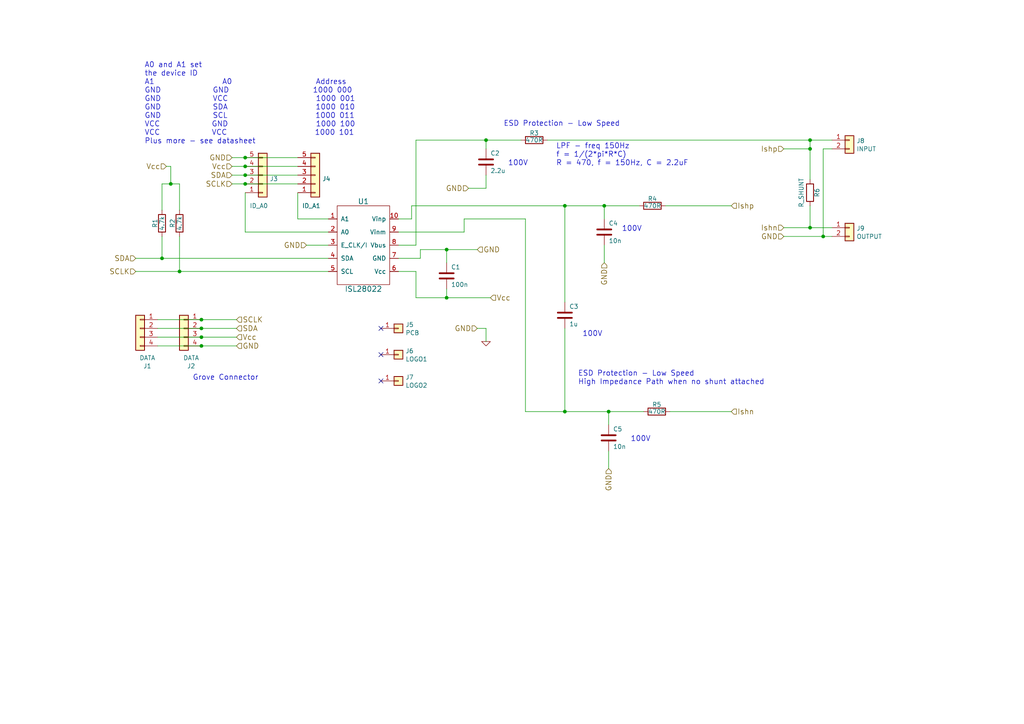
<source format=kicad_sch>
(kicad_sch (version 20231120) (generator "eeschema") (generator_version "8.0")
  (paper "A4")
  (title_block (title "DC Power Monitor") (date "2020-10-23") (rev "1") (company "The Curious Electric Company"))
  (lib_symbols
    (symbol "Connector_Generic:Conn_01x01" (pin_names (offset 1.016) hide)
      (property "Reference" "J" (at 0 2.54 0))
      (property "Value" "Conn_01x01" (at 0 -2.54 0))
      (symbol "Conn_01x01_1_1"
        (rectangle (start -1.27 0.127) (end 0 -0.127) (stroke (width 0.1524)))
        (rectangle (start -1.27 1.27) (end 1.27 -1.27) (stroke (width 0.254)) (fill (type background)))
        (pin passive line (at -5.08 0 0) (length 3.81) (name "Pin_1") (number "1"))
      )
    )
    (symbol "Connector_Generic:Conn_01x02" (pin_names (offset 1.016) hide)
      (property "Reference" "J" (at 0 2.54 0))
      (property "Value" "Conn_01x02" (at 0 -5.08 0))
      (symbol "Conn_01x02_1_1"
        (rectangle (start -1.27 -2.413) (end 0 -2.667) (stroke (width 0.1524)))
        (rectangle (start -1.27 0.127) (end 0 -0.127) (stroke (width 0.1524)))
        (rectangle (start -1.27 1.27) (end 1.27 -3.81) (stroke (width 0.254)) (fill (type background)))
        (pin passive line (at -5.08 0 0) (length 3.81) (name "Pin_1") (number "1"))
        (pin passive line (at -5.08 -2.54 0) (length 3.81) (name "Pin_2") (number "2"))
      )
    )
    (symbol "Connector_Generic:Conn_01x04" (pin_names (offset 1.016) hide)
      (property "Reference" "J" (at 0 5.08 0))
      (property "Value" "Conn_01x04" (at 0 -7.62 0))
      (symbol "Conn_01x04_1_1"
        (rectangle (start -1.27 -4.953) (end 0 -5.207) (stroke (width 0.1524)))
        (rectangle (start -1.27 -2.413) (end 0 -2.667) (stroke (width 0.1524)))
        (rectangle (start -1.27 0.127) (end 0 -0.127) (stroke (width 0.1524)))
        (rectangle (start -1.27 2.667) (end 0 2.413) (stroke (width 0.1524)))
        (rectangle (start -1.27 3.81) (end 1.27 -6.35) (stroke (width 0.254)) (fill (type background)))
        (pin passive line (at -5.08 2.54 0) (length 3.81) (name "Pin_1") (number "1"))
        (pin passive line (at -5.08 0 0) (length 3.81) (name "Pin_2") (number "2"))
        (pin passive line (at -5.08 -2.54 0) (length 3.81) (name "Pin_3") (number "3"))
        (pin passive line (at -5.08 -5.08 0) (length 3.81) (name "Pin_4") (number "4"))
      )
    )
    (symbol "Connector_Generic:Conn_01x05" (pin_names (offset 1.016) hide)
      (property "Reference" "J" (at 0 7.62 0))
      (property "Value" "Conn_01x05" (at 0 -7.62 0))
      (symbol "Conn_01x05_1_1"
        (rectangle (start -1.27 -4.953) (end 0 -5.207) (stroke (width 0.1524)))
        (rectangle (start -1.27 -2.413) (end 0 -2.667) (stroke (width 0.1524)))
        (rectangle (start -1.27 0.127) (end 0 -0.127) (stroke (width 0.1524)))
        (rectangle (start -1.27 2.667) (end 0 2.413) (stroke (width 0.1524)))
        (rectangle (start -1.27 5.207) (end 0 4.953) (stroke (width 0.1524)))
        (rectangle (start -1.27 6.35) (end 1.27 -6.35) (stroke (width 0.254)) (fill (type background)))
        (pin passive line (at -5.08 5.08 0) (length 3.81) (name "Pin_1") (number "1"))
        (pin passive line (at -5.08 2.54 0) (length 3.81) (name "Pin_2") (number "2"))
        (pin passive line (at -5.08 0 0) (length 3.81) (name "Pin_3") (number "3"))
        (pin passive line (at -5.08 -2.54 0) (length 3.81) (name "Pin_4") (number "4"))
        (pin passive line (at -5.08 -5.08 0) (length 3.81) (name "Pin_5") (number "5"))
      )
    )
    (symbol "Device:C" (pin_numbers hide) (pin_names (offset 0.254))
      (property "Reference" "C" (at 0.635 2.54 0))
      (property "Value" "C" (at 0.635 -2.54 0))
      (symbol "C_0_1"
        (polyline (pts (xy -2.032 -0.762) (xy 2.032 -0.762)) (stroke (width 0.508)))
        (polyline (pts (xy -2.032 0.762) (xy 2.032 0.762)) (stroke (width 0.508)))
      )
      (symbol "C_1_1"
        (pin passive line (at 0 3.81 270) (length 2.794) (name "~") (number "1"))
        (pin passive line (at 0 -3.81 90) (length 2.794) (name "~") (number "2"))
      )
    )
    (symbol "Device:R" (pin_numbers hide) (pin_names (offset 0))
      (property "Reference" "R" (at 2.032 0 90))
      (property "Value" "R" (at 0 0 90))
      (symbol "R_0_1"
        (rectangle (start -1.016 -2.54) (end 1.016 2.54) (stroke (width 0.254)))
      )
      (symbol "R_1_1"
        (pin passive line (at 0 3.81 270) (length 1.27) (name "~") (number "1"))
        (pin passive line (at 0 -3.81 90) (length 1.27) (name "~") (number "2"))
      )
    )
    (symbol "matts_components:GND" (power) (pin_names (offset 0))
      (symbol "GND_0_1"
        (polyline (pts (xy -1.27 0) (xy 0 -1.27) (xy 1.27 0) (xy -1.27 0)))
      )
      (symbol "GND_1_1"
        (pin power_in line (at 0 0 90) (length 0) hide (name "GND") (number "1"))
      )
    )
    (symbol "matts_components:ISL28022" (pin_names (offset 1.016))
      (property "Reference" "U" (at 1.27 8.89 0))
      (property "Value" "ISL28022" (at 1.27 -16.51 0))
      (symbol "ISL28022_0_1"
        (rectangle (start -6.35 7.62) (end 8.89 -15.24))
      )
      (symbol "ISL28022_1_1"
        (pin input line (at -8.89 3.81 0) (length 2.54) (name "A1") (number "1"))
        (pin input line (at 11.43 3.81 180) (length 2.54) (name "Vinp") (number "10"))
        (pin input line (at -8.89 0 0) (length 2.54) (name "A0") (number "2"))
        (pin input line (at -8.89 -3.81 0) (length 2.54) (name "E_CLK/I") (number "3"))
        (pin input line (at -8.89 -7.62 0) (length 2.54) (name "SDA") (number "4"))
        (pin input line (at -8.89 -11.43 0) (length 2.54) (name "SCL") (number "5"))
        (pin input line (at 11.43 -11.43 180) (length 2.54) (name "Vcc") (number "6"))
        (pin input line (at 11.43 -7.62 180) (length 2.54) (name "GND") (number "7"))
        (pin input line (at 11.43 -3.81 180) (length 2.54) (name "Vbus") (number "8"))
        (pin input line (at 11.43 0 180) (length 2.54) (name "Vinm") (number "9"))
      )
    )
  )
  (junction (at 71.12 50.8))
  (junction (at 238.76 68.58))
  (junction (at 234.95 40.64))
  (junction (at 52.07 78.74))
  (junction (at 176.53 119.38))
  (junction (at 58.42 92.71))
  (junction (at 129.54 86.36))
  (junction (at 175.26 59.69))
  (junction (at 49.53 53.34))
  (junction (at 234.95 43.18))
  (junction (at 71.12 48.26))
  (junction (at 71.12 53.34))
  (junction (at 234.95 66.04))
  (junction (at 163.83 59.69))
  (junction (at 140.97 40.64))
  (junction (at 58.42 100.33))
  (junction (at 46.99 74.93))
  (junction (at 71.12 45.72))
  (junction (at 58.42 95.25))
  (junction (at 58.42 97.79))
  (junction (at 129.54 72.39))
  (junction (at 163.83 119.38))
  (no_connect (at 110.49 95.25))
  (no_connect (at 110.49 102.87))
  (no_connect (at 110.49 110.49))
  (wire (pts (xy 121.92 74.93) (xy 121.92 72.39)))
  (wire (pts (xy 71.12 67.31) (xy 95.25 67.31)))
  (wire (pts (xy 95.25 71.12) (xy 88.9 71.12)))
  (wire (pts (xy 129.54 72.39) (xy 129.54 76.2)))
  (wire (pts (xy 71.12 50.8) (xy 86.36 50.8)))
  (wire (pts (xy 175.26 59.69) (xy 175.26 63.5)))
  (wire (pts (xy 163.83 59.69) (xy 175.26 59.69)))
  (wire (pts (xy 119.38 59.69) (xy 163.83 59.69)))
  (wire (pts (xy 45.72 92.71) (xy 58.42 92.71)))
  (wire (pts (xy 234.95 43.18) (xy 234.95 40.64)))
  (wire (pts (xy 176.53 130.81) (xy 176.53 135.89)))
  (wire (pts (xy 67.31 45.72) (xy 71.12 45.72)))
  (wire (pts (xy 120.65 78.74) (xy 120.65 86.36)))
  (wire (pts (xy 115.57 71.12) (xy 120.65 71.12)))
  (wire (pts (xy 71.12 53.34) (xy 67.31 53.34)))
  (wire (pts (xy 45.72 97.79) (xy 58.42 97.79)))
  (wire (pts (xy 134.62 63.5) (xy 152.4 63.5)))
  (wire (pts (xy 152.4 63.5) (xy 152.4 119.38)))
  (wire (pts (xy 58.42 92.71) (xy 68.58 92.71)))
  (wire (pts (xy 58.42 95.25) (xy 45.72 95.25)))
  (wire (pts (xy 119.38 63.5) (xy 119.38 59.69)))
  (wire (pts (xy 194.31 119.38) (xy 212.09 119.38)))
  (wire (pts (xy 129.54 72.39) (xy 138.43 72.39)))
  (wire (pts (xy 71.12 55.88) (xy 71.12 67.31)))
  (wire (pts (xy 120.65 86.36) (xy 129.54 86.36)))
  (wire (pts (xy 58.42 97.79) (xy 68.58 97.79)))
  (wire (pts (xy 158.75 40.64) (xy 234.95 40.64)))
  (wire (pts (xy 140.97 40.64) (xy 140.97 43.18)))
  (wire (pts (xy 39.37 74.93) (xy 46.99 74.93)))
  (wire (pts (xy 176.53 119.38) (xy 186.69 119.38)))
  (wire (pts (xy 115.57 78.74) (xy 120.65 78.74)))
  (wire (pts (xy 71.12 48.26) (xy 67.31 48.26)))
  (wire (pts (xy 86.36 53.34) (xy 71.12 53.34)))
  (wire (pts (xy 234.95 40.64) (xy 241.3 40.64)))
  (wire (pts (xy 71.12 45.72) (xy 86.36 45.72)))
  (wire (pts (xy 95.25 63.5) (xy 86.36 63.5)))
  (wire (pts (xy 140.97 95.25) (xy 140.97 99.06)))
  (wire (pts (xy 46.99 74.93) (xy 95.25 74.93)))
  (wire (pts (xy 52.07 53.34) (xy 52.07 60.96)))
  (wire (pts (xy 134.62 67.31) (xy 115.57 67.31)))
  (wire (pts (xy 241.3 66.04) (xy 234.95 66.04)))
  (wire (pts (xy 152.4 119.38) (xy 163.83 119.38)))
  (wire (pts (xy 39.37 78.74) (xy 52.07 78.74)))
  (wire (pts (xy 176.53 119.38) (xy 176.53 123.19)))
  (wire (pts (xy 140.97 54.61) (xy 135.89 54.61)))
  (wire (pts (xy 49.53 48.26) (xy 49.53 53.34)))
  (wire (pts (xy 129.54 86.36) (xy 142.24 86.36)))
  (wire (pts (xy 163.83 59.69) (xy 163.83 87.63)))
  (wire (pts (xy 86.36 63.5) (xy 86.36 55.88)))
  (wire (pts (xy 175.26 71.12) (xy 175.26 76.2)))
  (wire (pts (xy 134.62 67.31) (xy 134.62 63.5)))
  (wire (pts (xy 115.57 74.93) (xy 121.92 74.93)))
  (wire (pts (xy 140.97 40.64) (xy 151.13 40.64)))
  (wire (pts (xy 120.65 40.64) (xy 140.97 40.64)))
  (wire (pts (xy 58.42 95.25) (xy 68.58 95.25)))
  (wire (pts (xy 45.72 100.33) (xy 58.42 100.33)))
  (wire (pts (xy 48.26 48.26) (xy 49.53 48.26)))
  (wire (pts (xy 227.33 68.58) (xy 238.76 68.58)))
  (wire (pts (xy 238.76 43.18) (xy 238.76 68.58)))
  (wire (pts (xy 52.07 68.58) (xy 52.07 78.74)))
  (wire (pts (xy 238.76 68.58) (xy 241.3 68.58)))
  (wire (pts (xy 46.99 68.58) (xy 46.99 74.93)))
  (wire (pts (xy 115.57 63.5) (xy 119.38 63.5)))
  (wire (pts (xy 121.92 72.39) (xy 129.54 72.39)))
  (wire (pts (xy 234.95 59.69) (xy 234.95 66.04)))
  (wire (pts (xy 163.83 119.38) (xy 176.53 119.38)))
  (wire (pts (xy 58.42 100.33) (xy 68.58 100.33)))
  (wire (pts (xy 138.43 95.25) (xy 140.97 95.25)))
  (wire (pts (xy 49.53 53.34) (xy 52.07 53.34)))
  (wire (pts (xy 46.99 53.34) (xy 49.53 53.34)))
  (wire (pts (xy 140.97 50.8) (xy 140.97 54.61)))
  (wire (pts (xy 175.26 59.69) (xy 185.42 59.69)))
  (wire (pts (xy 234.95 52.07) (xy 234.95 43.18)))
  (wire (pts (xy 234.95 66.04) (xy 227.33 66.04)))
  (wire (pts (xy 227.33 43.18) (xy 234.95 43.18)))
  (wire (pts (xy 193.04 59.69) (xy 212.09 59.69)))
  (wire (pts (xy 163.83 95.25) (xy 163.83 119.38)))
  (wire (pts (xy 46.99 53.34) (xy 46.99 60.96)))
  (wire (pts (xy 52.07 78.74) (xy 95.25 78.74)))
  (wire (pts (xy 120.65 71.12) (xy 120.65 40.64)))
  (wire (pts (xy 241.3 43.18) (xy 238.76 43.18)))
  (wire (pts (xy 129.54 83.82) (xy 129.54 86.36)))
  (wire (pts (xy 67.31 50.8) (xy 71.12 50.8)))
  (wire (pts (xy 86.36 48.26) (xy 71.12 48.26)))
  (text "100V" (at 182.88 128.27 0) (effects (font (size 1.524 1.524)) (justify left bottom)))
  (text "100V" (at 180.34 67.31 0) (effects (font (size 1.524 1.524)) (justify left bottom)))
  (text "Grove Connector" (at 55.88 110.49 0) (effects (font (size 1.524 1.524)) (justify left bottom)))
  (text "100V" (at 147.32 48.26 0) (effects (font (size 1.524 1.524)) (justify left bottom)))
  (text "A0 and A1 set\nthe device ID\nA1                 A0                     Address\nGND             GND                     1000 000\nGND             VCC                      1000 001\nGND             SDA                      1000 010\nGND             SCL                      1000 011\nVCC             GND                      1000 100\nVCC             VCC                      1000 101\nPlus more - see datasheet" (at 41.91 41.91 0) (effects (font (size 1.524 1.524)) (justify left bottom)))
  (text "LPF - freq 150Hz\nf = 1/(2*pi*R*C)\nR = 470, f = 150Hz, C = 2.2uF\n" (at 161.29 48.26 0) (effects (font (size 1.524 1.524)) (justify left bottom)))
  (text "ESD Protection - Low Speed" (at 146.05 36.83 0) (effects (font (size 1.524 1.524)) (justify left bottom)))
  (text "ESD Protection - Low Speed\nHigh Impedance Path when no shunt attached" (at 167.64 111.76 0) (effects (font (size 1.524 1.524)) (justify left bottom)))
  (text "100V" (at 168.91 97.79 0) (effects (font (size 1.524 1.524)) (justify left bottom)))
  (hierarchical_label "Ishn" (shape input) (at 212.09 119.38 0) (effects (font (size 1.524 1.524))))
  (hierarchical_label "GND" (shape input) (at 67.31 45.72 180) (effects (font (size 1.524 1.524))))
  (hierarchical_label "Ishp" (shape input) (at 212.09 59.69 0) (effects (font (size 1.524 1.524))))
  (hierarchical_label "SCLK" (shape input) (at 67.31 53.34 180) (effects (font (size 1.524 1.524))))
  (hierarchical_label "SCLK" (shape input) (at 39.37 78.74 180) (effects (font (size 1.524 1.524))))
  (hierarchical_label "Ishp" (shape input) (at 227.33 43.18 180) (effects (font (size 1.524 1.524))))
  (hierarchical_label "Ishn" (shape input) (at 227.33 66.04 180) (effects (font (size 1.524 1.524))))
  (hierarchical_label "SCLK" (shape input) (at 68.58 92.71 0) (effects (font (size 1.524 1.524))))
  (hierarchical_label "Vcc" (shape input) (at 48.26 48.26 180) (effects (font (size 1.524 1.524))))
  (hierarchical_label "GND" (shape input) (at 175.26 76.2 270) (effects (font (size 1.524 1.524))))
  (hierarchical_label "Vcc" (shape input) (at 67.31 48.26 180) (effects (font (size 1.524 1.524))))
  (hierarchical_label "Vcc" (shape input) (at 142.24 86.36 0) (effects (font (size 1.524 1.524))))
  (hierarchical_label "GND" (shape input) (at 135.89 54.61 180) (effects (font (size 1.524 1.524))))
  (hierarchical_label "GND" (shape input) (at 138.43 95.25 180) (effects (font (size 1.524 1.524))))
  (hierarchical_label "SDA" (shape input) (at 67.31 50.8 180) (effects (font (size 1.524 1.524))))
  (hierarchical_label "GND" (shape input) (at 227.33 68.58 180) (effects (font (size 1.524 1.524))))
  (hierarchical_label "GND" (shape input) (at 176.53 135.89 270) (effects (font (size 1.524 1.524))))
  (hierarchical_label "SDA" (shape input) (at 68.58 95.25 0) (effects (font (size 1.524 1.524))))
  (hierarchical_label "GND" (shape input) (at 68.58 100.33 0) (effects (font (size 1.524 1.524))))
  (hierarchical_label "GND" (shape input) (at 138.43 72.39 0) (effects (font (size 1.524 1.524))))
  (hierarchical_label "GND" (shape input) (at 88.9 71.12 180) (effects (font (size 1.524 1.524))))
  (hierarchical_label "SDA" (shape input) (at 39.37 74.93 180) (effects (font (size 1.524 1.524))))
  (hierarchical_label "Vcc" (shape input) (at 68.58 97.79 0) (effects (font (size 1.524 1.524))))
  (symbol (lib_id "matts_components:ISL28022") (at 104.14 67.31 0) (unit 1)
    (property "Reference" "U1" (at 105.41 58.42 0) (effects (font (size 1.524 1.524))))
    (property "Value" "ISL28022" (at 105.41 83.82 0) (effects (font (size 1.524 1.524))))
    (property "Footprint" "REInnovationFootprint:MSOP10-0.5" (effects (hide yes)))
    (property "Datasheet" "http://www.farnell.com/datasheets/1758637.pdf" (effects (hide yes)))
    (property "Description" "I2C power monitor" (effects (hide yes)))
    (property "Supplier" "Farnell" (effects (hide yes)))
    (property "Code" "2373594" (effects (hide yes)))
  )
  (symbol (lib_id "Device:R") (at 46.99 64.77 180) (unit 1)
    (property "Reference" "R1" (at 44.958 64.77 90))
    (property "Value" "4.7k" (at 46.99 64.77 90))
    (property "Footprint" "REInnovationFootprint:SM0805" (effects (hide yes)))
    (property "Datasheet" "http://www.farnell.com/datasheets/1849611.pdf" (effects (hide yes)))
    (property "Description" "100mW " (effects (hide yes)))
    (property "Supplier" "Farnell" (effects (hide yes)))
    (property "Code" "2447385" (effects (hide yes)))
  )
  (symbol (lib_id "Device:C") (at 140.97 46.99 0) (unit 1)
    (property "Reference" "C2" (at 142.24 44.45 0) (effects (justify left)))
    (property "Value" "2.2u" (at 142.24 49.53 0) (effects (justify left)))
    (property "Footprint" "REInnovationFootprint:SM_R_1206" (effects (hide yes)))
    (property "Datasheet" "http://www.farnell.com/datasheets/1769893.pdf" (effects (hide yes)))
    (property "Description" "100V" (effects (hide yes)))
    (property "Supplier" "Farnell" (effects (hide yes)))
    (property "Code" "2426966RL " (effects (hide yes)))
  )
  (symbol (lib_id "Device:C") (at 176.53 127 0) (unit 1)
    (property "Reference" "C5" (at 177.8 124.46 0) (effects (justify left)))
    (property "Value" "10n" (at 177.8 129.54 0) (effects (justify left)))
    (property "Footprint" "REInnovationFootprint:SM_C_0805" (effects (hide yes)))
    (property "Datasheet" "http://www.farnell.com/datasheets/1870456.pdf" (effects (hide yes)))
    (property "Description" "100V" (effects (hide yes)))
    (property "Supplier" "Farnell" (effects (hide yes)))
    (property "Code" "	2320786 " (effects (hide yes)))
  )
  (symbol (lib_id "Device:C") (at 163.83 91.44 0) (unit 1)
    (property "Reference" "C3" (at 165.1 88.9 0) (effects (justify left)))
    (property "Value" "1u" (at 165.1 93.98 0) (effects (justify left)))
    (property "Footprint" "REInnovationFootprint:SM_R_1206" (effects (hide yes)))
    (property "Datasheet" "http://www.farnell.com/datasheets/84526.pdf" (effects (hide yes)))
    (property "Description" "100V" (effects (hide yes)))
    (property "Supplier" "Farnell" (effects (hide yes)))
    (property "Code" "1657939" (effects (hide yes)))
  )
  (symbol (lib_id "Device:R") (at 154.94 40.64 90) (unit 1)
    (property "Reference" "R3" (at 154.94 38.608 90))
    (property "Value" "470R" (at 154.94 40.64 90))
    (property "Footprint" "REInnovationFootprint:SM0805" (effects (hide yes)))
    (property "Datasheet" "http://www.farnell.com/datasheets/1849611.pdf" (effects (hide yes)))
    (property "Description" "100mW" (effects (hide yes)))
    (property "Supplier" "Farnell" (effects (hide yes)))
    (property "Code" "2447374" (effects (hide yes)))
  )
  (symbol (lib_id "Device:R") (at 52.07 64.77 180) (unit 1)
    (property "Reference" "R2" (at 50.038 64.77 90))
    (property "Value" "4.7k" (at 52.07 64.77 90))
    (property "Footprint" "REInnovationFootprint:SM0805" (effects (hide yes)))
    (property "Datasheet" "http://www.farnell.com/datasheets/1849611.pdf" (effects (hide yes)))
    (property "Description" "100mW " (effects (hide yes)))
    (property "Supplier" "Farnell" (effects (hide yes)))
    (property "Code" "2447385" (effects (hide yes)))
  )
  (symbol (lib_id "Device:R") (at 189.23 59.69 90) (unit 1)
    (property "Reference" "R4" (at 189.23 57.658 90))
    (property "Value" "470R" (at 189.23 59.69 90))
    (property "Footprint" "REInnovationFootprint:SM0805" (effects (hide yes)))
    (property "Datasheet" "http://www.farnell.com/datasheets/1849611.pdf" (effects (hide yes)))
    (property "Description" "100mW" (effects (hide yes)))
    (property "Supplier" "Farnell" (effects (hide yes)))
    (property "Code" "2447374" (effects (hide yes)))
  )
  (symbol (lib_id "Device:R") (at 190.5 119.38 90) (unit 1)
    (property "Reference" "R5" (at 190.5 117.348 90))
    (property "Value" "470R" (at 190.5 119.38 90))
    (property "Footprint" "REInnovationFootprint:SM0805" (effects (hide yes)))
    (property "Datasheet" "http://www.farnell.com/datasheets/1849611.pdf" (effects (hide yes)))
    (property "Description" "100mW" (effects (hide yes)))
    (property "Supplier" "Farnell" (effects (hide yes)))
    (property "Code" "2447374" (effects (hide yes)))
  )
  (symbol (lib_id "Device:C") (at 175.26 67.31 0) (unit 1)
    (property "Reference" "C4" (at 176.53 64.77 0) (effects (justify left)))
    (property "Value" "10n" (at 176.53 69.85 0) (effects (justify left)))
    (property "Footprint" "REInnovationFootprint:SM_C_0805" (effects (hide yes)))
    (property "Datasheet" "http://www.farnell.com/datasheets/1870456.pdf" (effects (hide yes)))
    (property "Description" "100V" (effects (hide yes)))
    (property "Supplier" "Farnell" (effects (hide yes)))
    (property "Code" "	2320786 " (effects (hide yes)))
  )
  (symbol (lib_id "Device:C") (at 129.54 80.01 0) (unit 1)
    (property "Reference" "C1" (at 130.81 77.47 0) (effects (justify left)))
    (property "Value" "100n" (at 130.81 82.55 0) (effects (justify left)))
    (property "Footprint" "REInnovationFootprint:SM_C_0805" (effects (hide yes)))
    (property "Datasheet" "http://www.farnell.com/datasheets/1870456.pdf" (effects (hide yes)))
    (property "Description" "25V" (effects (hide yes)))
    (property "Supplier" "Farnell" (effects (hide yes)))
    (property "Code" "2320793 " (effects (hide yes)))
  )
  (symbol (lib_id "Connector_Generic:Conn_01x05") (at 76.2 50.8 0) (mirror x) (unit 1)
    (property "Reference" "J3" (at 78.232 51.8668 0) (effects (justify left)))
    (property "Value" "ID_A0" (at 72.39 59.69 0) (effects (justify left)))
    (property "Footprint" "REInnovationFootprint:SM_SOLDER_ID_4_WAY" (effects (hide yes)))
  )
  (symbol (lib_id "Connector_Generic:Conn_01x05") (at 91.44 50.8 0) (mirror x) (unit 1)
    (property "Reference" "J4" (at 93.472 51.8668 0) (effects (justify left)))
    (property "Value" "ID_A1" (at 87.63 59.69 0) (effects (justify left)))
    (property "Footprint" "REInnovationFootprint:SM_SOLDER_ID_4_WAY" (effects (hide yes)))
  )
  (symbol (lib_id "matts_components:GND") (at 140.97 99.06 0) (unit 1)
    (property "Reference" "#PWR01" (effects (hide yes)))
    (property "Value" "GND" (effects (hide yes)))
  )
  (symbol (lib_id "Connector_Generic:Conn_01x01") (at 115.57 95.25 0) (unit 1)
    (property "Reference" "J5" (at 117.602 94.1832 0) (effects (justify left)))
    (property "Value" "PCB" (at 117.602 96.5454 0) (effects (justify left)))
    (property "Footprint" "REInnovationFootprint:PCB_60x55_outline" (effects (hide yes)))
  )
  (symbol (lib_id "Connector_Generic:Conn_01x01") (at 115.57 102.87 0) (unit 1)
    (property "Reference" "J6" (at 117.602 101.8032 0) (effects (justify left)))
    (property "Value" "LOGO1" (at 117.602 104.1654 0) (effects (justify left)))
    (property "Footprint" "CuriousElectric3:2019_011_16_CuriousElectricCompany_Logo_Round_Logo_No_words_KiCAD_10mm_PCBLogo" (effects (hide yes)))
  )
  (symbol (lib_id "Connector_Generic:Conn_01x01") (at 115.57 110.49 0) (unit 1)
    (property "Reference" "J7" (at 117.602 109.4232 0) (effects (justify left)))
    (property "Value" "LOGO2" (at 117.602 111.7854 0) (effects (justify left)))
    (property "Footprint" "CuriousElectric3:TCEC_Words_13mm" (effects (hide yes)))
  )
  (symbol (lib_id "Connector_Generic:Conn_01x04") (at 40.64 95.25 0) (mirror y) (unit 1)
    (property "Reference" "J1" (at 42.7482 106.172 0))
    (property "Value" "DATA" (at 42.7482 103.8098 0))
    (property "Footprint" "REInnovationFootprint:SIL-4_Grove_Labelled_Correct" (effects (hide yes)))
  )
  (symbol (lib_id "Connector_Generic:Conn_01x02") (at 246.38 40.64 0) (unit 1)
    (property "Reference" "J8" (at 248.412 40.8432 0) (effects (justify left)))
    (property "Value" "INPUT" (at 248.412 43.2054 0) (effects (justify left)))
    (property "Footprint" "REInnovationFootprint:TH_SIL-2_screw_terminal_32A_LARGE" (effects (hide yes)))
  )
  (symbol (lib_id "Connector_Generic:Conn_01x02") (at 246.38 66.04 0) (unit 1)
    (property "Reference" "J9" (at 248.412 66.2432 0) (effects (justify left)))
    (property "Value" "OUTPUT" (at 248.412 68.6054 0) (effects (justify left)))
    (property "Footprint" "REInnovationFootprint:TH_SIL-2_screw_terminal_32A_LARGE" (effects (hide yes)))
  )
  (symbol (lib_id "Connector_Generic:Conn_01x04") (at 53.34 95.25 0) (mirror y) (unit 1)
    (property "Reference" "J2" (at 55.4482 106.172 0))
    (property "Value" "DATA" (at 55.4482 103.8098 0))
    (property "Footprint" "REInnovationFootprint:SIL-4_Grove_Labelled_Correct" (effects (hide yes)))
  )
  (symbol (lib_id "Device:R") (at 234.95 55.88 0) (unit 1)
    (property "Reference" "R6" (at 236.982 55.88 90))
    (property "Value" "R_SHUNT" (at 232.41 55.88 90))
    (property "Footprint" "matts_components:Rshunt_universal" (effects (hide yes)))
    (property "Datasheet" "http://www.farnell.com/datasheets/1755795.pdf" (effects (hide yes)))
    (property "Description" "500mW" (effects (hide yes)))
    (property "Supplier" "Farnell" (effects (hide yes)))
    (property "Code" "	2331878 " (effects (hide yes)))
  )
)
</source>
